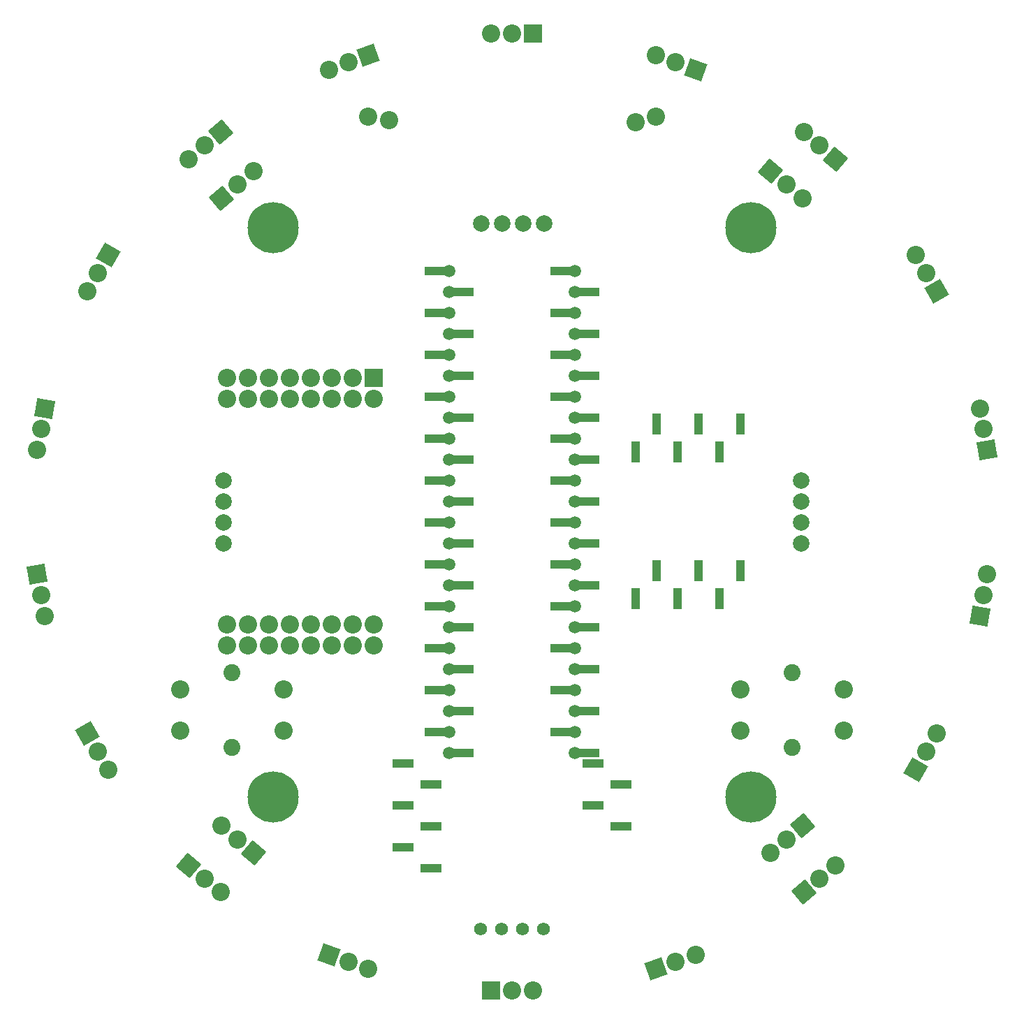
<source format=gbr>
G04*
G04 #@! TF.GenerationSoftware,Altium Limited,Altium Designer,25.4.2 (15)*
G04*
G04 Layer_Color=8388736*
%FSLAX44Y44*%
%MOMM*%
G71*
G04*
G04 #@! TF.SameCoordinates,80CFFD5A-54A5-451F-B997-A2DA6E1B210F*
G04*
G04*
G04 #@! TF.FilePolarity,Negative*
G04*
G01*
G75*
%ADD16R,2.6032X1.0032*%
%ADD17R,1.0032X2.6032*%
%ADD18C,2.0032*%
%ADD19C,1.5112*%
%ADD20R,2.2032X2.2032*%
%ADD21C,2.2032*%
%ADD22P,3.1158X4X85.0*%
%ADD23P,3.1158X4X185.0*%
%ADD24C,2.0532*%
%ADD25P,3.1158X4X345.0*%
%ADD26R,2.2032X2.2032*%
%ADD27P,3.1158X4X205.0*%
%ADD28P,3.1158X4X145.0*%
%ADD29P,3.1158X4X125.0*%
%ADD30P,3.1158X4X105.0*%
%ADD31P,3.1158X4X65.0*%
%ADD32C,1.5732*%
%ADD33C,6.2032*%
D16*
X1193300Y807900D02*
D03*
X1159300Y833300D02*
D03*
X1193300Y858700D02*
D03*
X1159300Y884100D02*
D03*
X1193300Y909500D02*
D03*
X1159300Y934900D02*
D03*
X1193300Y960300D02*
D03*
X1159300Y985700D02*
D03*
X1193300Y1011100D02*
D03*
X1159300Y1036500D02*
D03*
X1193300Y1061900D02*
D03*
X1159300Y1087300D02*
D03*
X1193300Y1112700D02*
D03*
X1159300Y1138100D02*
D03*
X1193300Y1163500D02*
D03*
X1159300Y1188900D02*
D03*
X1193300Y1214300D02*
D03*
X1159300Y1239700D02*
D03*
X1193300Y1265100D02*
D03*
X1159300Y1290500D02*
D03*
X1193300Y1315900D02*
D03*
X1159300Y1341300D02*
D03*
X1193300Y1366700D02*
D03*
X1159300Y1392100D02*
D03*
X1006800D02*
D03*
X1040800Y1366700D02*
D03*
X1006800Y1341300D02*
D03*
X1040800Y1315900D02*
D03*
X1006800Y1290500D02*
D03*
X1040800Y1265100D02*
D03*
X1006800Y1239700D02*
D03*
X1040800Y1214300D02*
D03*
X1006800Y1188900D02*
D03*
X1040800Y1163500D02*
D03*
X1006800Y1138100D02*
D03*
X1040800Y1112700D02*
D03*
X1006800Y1087300D02*
D03*
X1040800Y1061900D02*
D03*
X1006800Y1036500D02*
D03*
X1040800Y1011100D02*
D03*
X1006800Y985700D02*
D03*
X1040800Y960300D02*
D03*
X1006800Y934900D02*
D03*
X1040800Y909500D02*
D03*
X1006800Y884100D02*
D03*
X1040800Y858700D02*
D03*
X1006800Y833300D02*
D03*
X1040800Y807900D02*
D03*
X968000Y795000D02*
D03*
X1002000Y769600D02*
D03*
X968000Y744200D02*
D03*
X1002000Y718800D02*
D03*
X968000Y693400D02*
D03*
X1002000Y668000D02*
D03*
X1198000Y795000D02*
D03*
X1232000Y769600D02*
D03*
X1198000Y744200D02*
D03*
X1232000Y718800D02*
D03*
D17*
X1275050Y1206500D02*
D03*
X1249650Y1172500D02*
D03*
X1300450D02*
D03*
X1325850Y1206500D02*
D03*
X1351250Y1172500D02*
D03*
X1376650Y1206500D02*
D03*
X1376450Y1028750D02*
D03*
X1351050Y994750D02*
D03*
X1325650Y1028750D02*
D03*
X1300250Y994750D02*
D03*
X1274850Y1028750D02*
D03*
X1249450Y994750D02*
D03*
D18*
X750000Y1138400D02*
D03*
Y1062200D02*
D03*
Y1087600D02*
D03*
Y1113000D02*
D03*
X1113000Y1450000D02*
D03*
X1087600D02*
D03*
X1062200D02*
D03*
X1138400D02*
D03*
X1450000Y1061600D02*
D03*
Y1137800D02*
D03*
Y1112400D02*
D03*
Y1087000D02*
D03*
D19*
X1023800Y807900D02*
D03*
Y833300D02*
D03*
X1176200Y1163500D02*
D03*
X1023800Y858700D02*
D03*
Y884100D02*
D03*
Y909500D02*
D03*
Y934900D02*
D03*
Y960300D02*
D03*
Y985700D02*
D03*
Y1011100D02*
D03*
Y1036500D02*
D03*
Y1061900D02*
D03*
Y1087300D02*
D03*
Y1112700D02*
D03*
Y1138100D02*
D03*
X1176200D02*
D03*
Y1112700D02*
D03*
Y1087300D02*
D03*
Y1061900D02*
D03*
Y1036500D02*
D03*
Y1011100D02*
D03*
Y985700D02*
D03*
Y960300D02*
D03*
Y934900D02*
D03*
Y909500D02*
D03*
Y884100D02*
D03*
Y858700D02*
D03*
Y833300D02*
D03*
Y807900D02*
D03*
X1023800Y1188900D02*
D03*
Y1214300D02*
D03*
Y1239700D02*
D03*
Y1265100D02*
D03*
Y1290500D02*
D03*
Y1315900D02*
D03*
Y1341300D02*
D03*
Y1366700D02*
D03*
Y1392100D02*
D03*
X1176200D02*
D03*
Y1366700D02*
D03*
Y1341300D02*
D03*
Y1315900D02*
D03*
Y1290500D02*
D03*
Y1265100D02*
D03*
Y1239700D02*
D03*
Y1214300D02*
D03*
Y1188900D02*
D03*
X1023800Y1163500D02*
D03*
D20*
X932050Y1262250D02*
D03*
D21*
X906650D02*
D03*
X881250D02*
D03*
X855850D02*
D03*
X830450D02*
D03*
X805050D02*
D03*
X779650D02*
D03*
X754250D02*
D03*
X932050Y938250D02*
D03*
X906650D02*
D03*
X881250D02*
D03*
X855850D02*
D03*
X830450D02*
D03*
X805050D02*
D03*
X779650D02*
D03*
X754250D02*
D03*
Y963650D02*
D03*
X779650D02*
D03*
X805050D02*
D03*
X830450D02*
D03*
X855850D02*
D03*
X881250D02*
D03*
X906650D02*
D03*
X932050D02*
D03*
X754250Y1236850D02*
D03*
X779650D02*
D03*
X805050D02*
D03*
X830450D02*
D03*
X855850D02*
D03*
X881250D02*
D03*
X906650D02*
D03*
X932050D02*
D03*
X786494Y1513138D02*
D03*
X767036Y1496811D02*
D03*
X1432964Y703189D02*
D03*
X1413506Y686862D02*
D03*
X767036Y703189D02*
D03*
X747579Y719516D02*
D03*
X698000Y885000D02*
D03*
X823000D02*
D03*
X698000Y835000D02*
D03*
X823000D02*
D03*
X597705Y810000D02*
D03*
X610405Y788003D02*
D03*
X1100000Y1680000D02*
D03*
X1074600D02*
D03*
X1274503Y1653709D02*
D03*
X1298372Y1645022D02*
D03*
X1472817Y1544306D02*
D03*
X1453359Y1560633D02*
D03*
X1589595Y1411997D02*
D03*
X1602295Y1390000D02*
D03*
X1671189Y1200716D02*
D03*
X1666778Y1225730D02*
D03*
X1675599Y1024298D02*
D03*
X1671189Y999284D02*
D03*
X1602295Y810000D02*
D03*
X1614995Y831997D02*
D03*
X1492274Y672021D02*
D03*
X1472817Y655694D02*
D03*
X1298372Y554978D02*
D03*
X1322240Y563666D02*
D03*
X1125400Y520000D02*
D03*
X1100000D02*
D03*
X901628Y554978D02*
D03*
X925497Y546291D02*
D03*
X746641Y639367D02*
D03*
X727183Y655694D02*
D03*
X533222Y974270D02*
D03*
X528811Y999284D02*
D03*
Y1200716D02*
D03*
X524401Y1175702D02*
D03*
X585005Y1368003D02*
D03*
X597705Y1390000D02*
D03*
X727183Y1544306D02*
D03*
X707726Y1527979D02*
D03*
X877760Y1636334D02*
D03*
X901628Y1645022D02*
D03*
X1452421Y1480484D02*
D03*
X1432964Y1496811D02*
D03*
X950621Y1574863D02*
D03*
X925570Y1579243D02*
D03*
X1249876Y1572621D02*
D03*
X1274430Y1579243D02*
D03*
X1377000Y885000D02*
D03*
X1502000D02*
D03*
X1377000Y835000D02*
D03*
X1502000D02*
D03*
D22*
X747579Y1480484D02*
D03*
X1452421Y719516D02*
D03*
X1453359Y639367D02*
D03*
X746641Y1560633D02*
D03*
D23*
X786494Y686862D02*
D03*
X1492274Y1527979D02*
D03*
X707726Y672021D02*
D03*
X1413506Y1513138D02*
D03*
D24*
X760500Y815000D02*
D03*
Y905000D02*
D03*
X1439500Y815000D02*
D03*
Y905000D02*
D03*
D25*
X585005Y831997D02*
D03*
X1614995Y1368003D02*
D03*
D26*
X1125400Y1680000D02*
D03*
X1074600Y520000D02*
D03*
D27*
X1322240Y1636334D02*
D03*
X877760Y563666D02*
D03*
D28*
X1675599Y1175702D02*
D03*
X524401Y1024298D02*
D03*
D29*
X1666778Y974270D02*
D03*
X533222Y1225730D02*
D03*
D30*
X1589595Y788003D02*
D03*
X610405Y1411997D02*
D03*
D31*
X1274503Y546291D02*
D03*
X925497Y1653709D02*
D03*
D32*
X1061700Y594500D02*
D03*
X1137900D02*
D03*
X1112500D02*
D03*
X1087100D02*
D03*
D33*
X1389500Y1445000D02*
D03*
X810500D02*
D03*
X810447Y754881D02*
D03*
X1389500Y755000D02*
D03*
M02*

</source>
